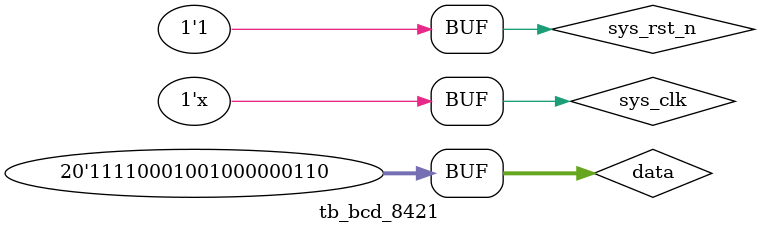
<source format=v>
`timescale 1ns/1ns
module tb_bcd_8421();

reg             sys_clk;
reg             sys_rst_n;
reg     [19:0]  data;

wire    [3:0]   unit;
wire    [3:0]   ten;
wire    [3:0]   hun;
wire    [3:0]   tho;
wire    [3:0]   t_tho;
wire    [3:0]   h_tho;

initial
    begin
        sys_clk     = 1'b1;
        sys_rst_n   <= 1'b0;
        data        <= 20'd0;
        #30
        sys_rst_n   <= 1'b1;
        data        <= 20'd123_456;
        #3000
        data        <= 20'd654_321;
        #3000
        data        <= 20'd987_654;
    end
    
always #10 sys_clk = ~sys_clk;

bcd_8421 bcd_8421_inst
(
        .sys_clk    (sys_clk),
        .sys_rst_n  (sys_rst_n),
        .data       (data),
                    
        .unit       (unit),
        .ten        (ten),
        .hun        (hun),
        .tho        (tho),
        .t_tho      (t_tho),
        .h_tho      (h_tho)
);

endmodule
</source>
